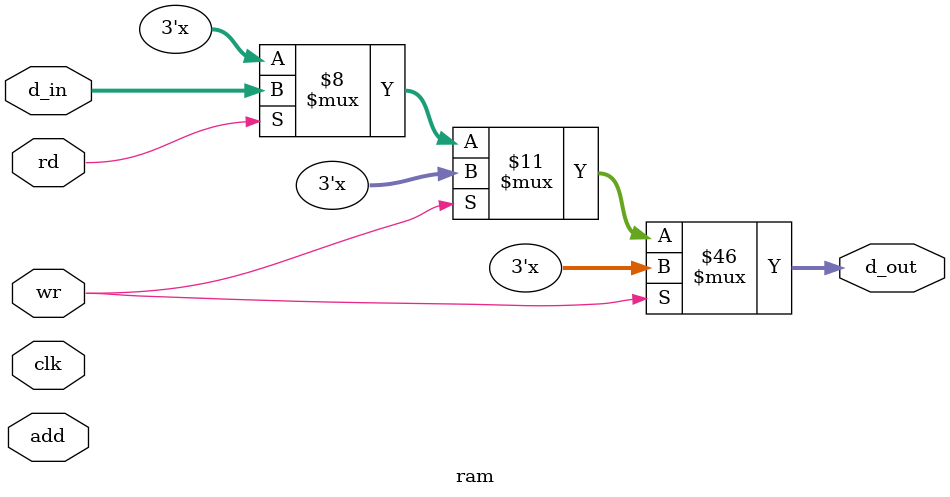
<source format=v>
`timescale 1ns / 1ps


module ram(
    input clk,
    input rd,
    input wr,
    input [2:0] d_in,
    input [1:0] add,
    output reg  [2:0] d_out
    );
    
   
    reg [2:0] ram [3:0];
    
    always @ (clk)
    if (wr)
    begin
        ram[add]<=d_in;
    end
     
    else if (rd)
        begin
        d_out= d_in;
      end
        
     else
        begin
        d_out= 3'bzzz;
        end
     //d_out = rd ? d_in : 3'bzzz;
endmodule

</source>
